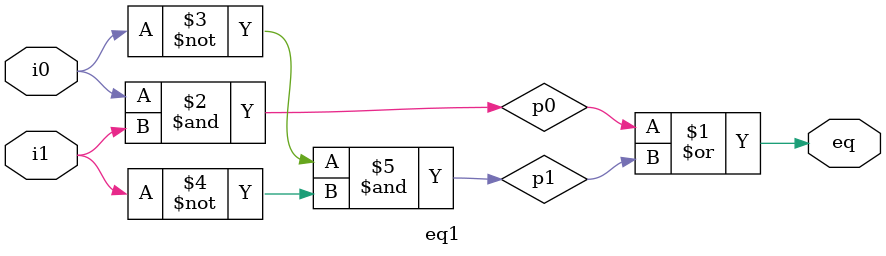
<source format=v>
module eq1(
    input wire i0,i1,
    output wire eq
);
wire p0,p1;
assign eq = p0 | p1;
assign p0 = i0 & i1;
assign p1 = ~i0 & ~i1;

endmodule
/*
notes:
1- use meaningful names mem,addr
2- its case sensitive 
3- values in most data types 0,1,x,z
4- wire[7:0] data -> 8bit data use descending index
5- wire [3:0] mem1 [31:0]; ->32 by 4 memory
6- number rep:-5'b00011' sign size'base value
7- unsized number takes host comp size atleast 32bit
8- base can be omitted when number is decimal
9- 5'o32 ->11010 start from right to left
10- I/O port ,signal declaration,module body
11- program body can be written assign->simple,always block,module instantiation
12- implicit and explicit signal declaration use explicit
*/

</source>
